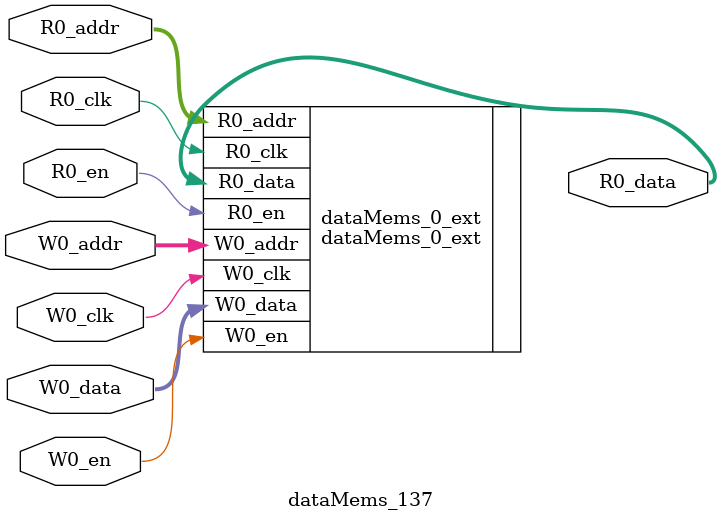
<source format=sv>
`ifndef RANDOMIZE
  `ifdef RANDOMIZE_REG_INIT
    `define RANDOMIZE
  `endif // RANDOMIZE_REG_INIT
`endif // not def RANDOMIZE
`ifndef RANDOMIZE
  `ifdef RANDOMIZE_MEM_INIT
    `define RANDOMIZE
  `endif // RANDOMIZE_MEM_INIT
`endif // not def RANDOMIZE

`ifndef RANDOM
  `define RANDOM $random
`endif // not def RANDOM

// Users can define 'PRINTF_COND' to add an extra gate to prints.
`ifndef PRINTF_COND_
  `ifdef PRINTF_COND
    `define PRINTF_COND_ (`PRINTF_COND)
  `else  // PRINTF_COND
    `define PRINTF_COND_ 1
  `endif // PRINTF_COND
`endif // not def PRINTF_COND_

// Users can define 'ASSERT_VERBOSE_COND' to add an extra gate to assert error printing.
`ifndef ASSERT_VERBOSE_COND_
  `ifdef ASSERT_VERBOSE_COND
    `define ASSERT_VERBOSE_COND_ (`ASSERT_VERBOSE_COND)
  `else  // ASSERT_VERBOSE_COND
    `define ASSERT_VERBOSE_COND_ 1
  `endif // ASSERT_VERBOSE_COND
`endif // not def ASSERT_VERBOSE_COND_

// Users can define 'STOP_COND' to add an extra gate to stop conditions.
`ifndef STOP_COND_
  `ifdef STOP_COND
    `define STOP_COND_ (`STOP_COND)
  `else  // STOP_COND
    `define STOP_COND_ 1
  `endif // STOP_COND
`endif // not def STOP_COND_

// Users can define INIT_RANDOM as general code that gets injected into the
// initializer block for modules with registers.
`ifndef INIT_RANDOM
  `define INIT_RANDOM
`endif // not def INIT_RANDOM

// If using random initialization, you can also define RANDOMIZE_DELAY to
// customize the delay used, otherwise 0.002 is used.
`ifndef RANDOMIZE_DELAY
  `define RANDOMIZE_DELAY 0.002
`endif // not def RANDOMIZE_DELAY

// Define INIT_RANDOM_PROLOG_ for use in our modules below.
`ifndef INIT_RANDOM_PROLOG_
  `ifdef RANDOMIZE
    `ifdef VERILATOR
      `define INIT_RANDOM_PROLOG_ `INIT_RANDOM
    `else  // VERILATOR
      `define INIT_RANDOM_PROLOG_ `INIT_RANDOM #`RANDOMIZE_DELAY begin end
    `endif // VERILATOR
  `else  // RANDOMIZE
    `define INIT_RANDOM_PROLOG_
  `endif // RANDOMIZE
`endif // not def INIT_RANDOM_PROLOG_

// Include register initializers in init blocks unless synthesis is set
`ifndef SYNTHESIS
  `ifndef ENABLE_INITIAL_REG_
    `define ENABLE_INITIAL_REG_
  `endif // not def ENABLE_INITIAL_REG_
`endif // not def SYNTHESIS

// Include rmemory initializers in init blocks unless synthesis is set
`ifndef SYNTHESIS
  `ifndef ENABLE_INITIAL_MEM_
    `define ENABLE_INITIAL_MEM_
  `endif // not def ENABLE_INITIAL_MEM_
`endif // not def SYNTHESIS

module dataMems_137(	// @[generators/ara/src/main/scala/UnsafeAXI4ToTL.scala:365:62]
  input  [4:0]  R0_addr,
  input         R0_en,
  input         R0_clk,
  output [66:0] R0_data,
  input  [4:0]  W0_addr,
  input         W0_en,
  input         W0_clk,
  input  [66:0] W0_data
);

  dataMems_0_ext dataMems_0_ext (	// @[generators/ara/src/main/scala/UnsafeAXI4ToTL.scala:365:62]
    .R0_addr (R0_addr),
    .R0_en   (R0_en),
    .R0_clk  (R0_clk),
    .R0_data (R0_data),
    .W0_addr (W0_addr),
    .W0_en   (W0_en),
    .W0_clk  (W0_clk),
    .W0_data (W0_data)
  );
endmodule


</source>
